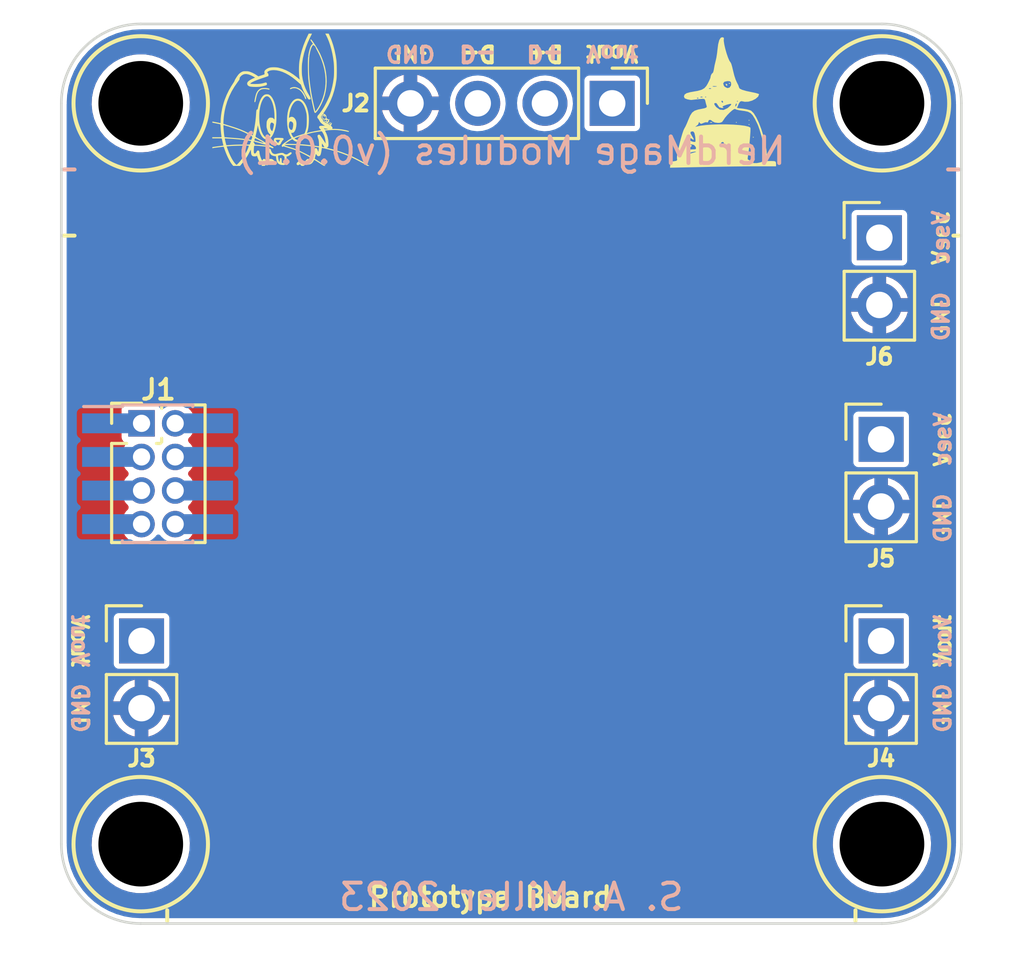
<source format=kicad_pcb>
(kicad_pcb (version 20211014) (generator pcbnew)
  (title_block (title "Prototype Board") (rev "0.0.1") (company "The Nerd Mage"))
  (layers (0 "F.Cu" signal) (31 "B.Cu" signal) (34 "B.Paste" user) (35 "F.Paste" user) (36 "B.SilkS" user "B.Silkscreen") (37 "F.SilkS" user "F.Silkscreen") (38 "B.Mask" user) (39 "F.Mask" user) (44 "Edge.Cuts" user))
  (net 0 "")
  (net 1 "UD+")
  (net 2 "UD-")
  (net 3 "GND")
  (net 4 "Vout")
  (net 9 "SDA")
  (net 10 "SCL")
  (net 11 "RESET")
  (net 12 "ATTACH")
  (net 13 "POWER_OK2")
  (net 14 "POWER_OK3")
  (net 15 "ALERT")
  (net 16 "GPIO")
  (footprint "Tinker:Mount" (layer "F.Cu") (at 114 101)
    (fp_text reference "REF**" hide)
    (fp_text value "Mount" hide)
    (pad "" np_thru_hole circle (at 0 0) (size 3.2 3.2) (drill 3.2) (layers *.Mask))
  )
  (footprint "Tinker:PinHeader_2x04_P1.27mm_Vertical" (layer "F.Cu") (at 86.03 85.095)
    (fp_text reference "J1" (at 0.635 -1.27) (layer "F.SilkS") (effects (font (size 0.75 0.75))))
    (fp_text value "Conn_01x08_Male" hide)
    (pad "1" thru_hole rect (at 0 0) (size 1 1) (drill 0.65) (layers *.Cu *.Mask) (net 11 "RESET"))
    (pad "1" smd rect (at -1.195 0) (size 2.1 0.75) (layers "B.Cu" "B.Paste" "B.Mask") (net 11 "RESET"))
    (pad "2" thru_hole oval (at 1.27 0) (size 1 1) (drill 0.65) (layers *.Cu *.Mask) (net 12 "ATTACH"))
    (pad "2" smd rect (at 2.405 0) (size 2.1 0.75) (layers "B.Cu" "B.Paste" "B.Mask") (net 12 "ATTACH"))
    (pad "3" smd rect (at -1.195 1.27) (size 2.1 0.75) (layers "B.Cu" "B.Paste" "B.Mask") (net 10 "SCL"))
    (pad "3" thru_hole oval (at 0 1.27) (size 1 1) (drill 0.65) (layers *.Cu *.Mask) (net 10 "SCL"))
    (pad "4" thru_hole oval (at 1.27 1.27) (size 1 1) (drill 0.65) (layers *.Cu *.Mask) (net 13 "POWER_OK2"))
    (pad "4" smd rect (at 2.405 1.27) (size 2.1 0.75) (layers "B.Cu" "B.Paste" "B.Mask") (net 13 "POWER_OK2"))
    (pad "5" thru_hole oval (at 0 2.54) (size 1 1) (drill 0.65) (layers *.Cu *.Mask) (net 9 "SDA"))
    (pad "5" smd rect (at -1.195 2.54) (size 2.1 0.75) (layers "B.Cu" "B.Paste" "B.Mask") (net 9 "SDA"))
    (pad "6" smd rect (at 2.405 2.54) (size 2.1 0.75) (layers "B.Cu" "B.Paste" "B.Mask") (net 14 "POWER_OK3"))
    (pad "6" thru_hole oval (at 1.27 2.54) (size 1 1) (drill 0.65) (layers *.Cu *.Mask) (net 14 "POWER_OK3"))
    (pad "7" smd rect (at -1.195 3.81) (size 2.1 0.75) (layers "B.Cu" "B.Paste" "B.Mask") (net 15 "ALERT"))
    (pad "7" thru_hole oval (at 0 3.81) (size 1 1) (drill 0.65) (layers *.Cu *.Mask) (net 15 "ALERT"))
    (pad "8" smd rect (at 2.405 3.81) (size 2.1 0.75) (layers "B.Cu" "B.Paste" "B.Mask") (net 16 "GPIO"))
    (pad "8" thru_hole oval (at 1.27 3.81) (size 1 1) (drill 0.65) (layers *.Cu *.Mask) (net 16 "GPIO"))
  )
  (footprint "Tinker:Mount" (layer "F.Cu") (at 86 101)
    (fp_text reference "REF**" hide)
    (fp_text value "Mount" hide)
    (pad "" np_thru_hole circle (at 0 0) (size 3.2 3.2) (drill 3.2) (layers *.Mask))
  )
  (footprint "Tinker:DagNabbit" (layer "F.Cu") (at 91.4 73.5)
    (fp_text reference "REF**" hide)
    (fp_text value "DagNabbit" hide)
  )
  (footprint "Tinker:PinHeader_1x02_P2.54mm_Vertical" (layer "F.Cu") (at 113.97 93.32)
    (fp_text reference "J4" (at 0 4.44169) (layer "F.SilkS") (effects (font (size 0.6 0.6))))
    (fp_text value "Conn_01x02_Male" hide)
    (pad "1" thru_hole rect (at 0 0) (size 1.7 1.7) (drill 1) (layers *.Cu *.Mask))
    (pad "2" thru_hole oval (at 0 2.54) (size 1.7 1.7) (drill 1) (layers *.Cu *.Mask) (net 3 "GND"))
  )
  (footprint "Tinker:Mount" (layer "F.Cu") (at 114 73)
    (fp_text reference "REF**" hide)
    (fp_text value "Mount" hide)
    (pad "" np_thru_hole circle (at 0 0) (size 3.2 3.2) (drill 3.2) (layers *.Mask))
  )
  (footprint "Tinker:PinHeader_1x02_P2.54mm_Vertical" (layer "F.Cu") (at 86.03 93.32)
    (fp_text reference "J3" (at 0 4.44169) (layer "F.SilkS") (effects (font (size 0.6 0.6))))
    (fp_text value "Conn_01x02_Male" hide)
    (pad "1" thru_hole rect (at 0 0) (size 1.7 1.7) (drill 1) (layers *.Cu *.Mask))
    (pad "2" thru_hole oval (at 0 2.54) (size 1.7 1.7) (drill 1) (layers *.Cu *.Mask) (net 3 "GND"))
  )
  (footprint "Tinker:PinHeader_1x02_P2.54mm_Vertical" (layer "F.Cu") (at 113.902854 78.08)
    (fp_text reference "J6" (at 0 4.495315) (layer "F.SilkS") (effects (font (size 0.6 0.6))))
    (fp_text value "Conn_01x02_Male" hide)
    (pad "1" thru_hole rect (at 0 0) (size 1.7 1.7) (drill 1) (layers *.Cu *.Mask))
    (pad "2" thru_hole oval (at 0 2.54) (size 1.7 1.7) (drill 1) (layers *.Cu *.Mask) (net 3 "GND"))
  )
  (footprint "Tinker:PinHeader_1x02_P2.54mm_Vertical" (layer "F.Cu") (at 113.97 85.7)
    (fp_text reference "J5" (at 0 4.504702) (layer "F.SilkS") (effects (font (size 0.6 0.6))))
    (fp_text value "Conn_01x02_Male" hide)
    (pad "1" thru_hole rect (at 0 0) (size 1.7 1.7) (drill 1) (layers *.Cu *.Mask))
    (pad "2" thru_hole oval (at 0 2.54) (size 1.7 1.7) (drill 1) (layers *.Cu *.Mask) (net 3 "GND"))
  )
  (footprint "Tinker:Mount" (layer "F.Cu") (at 86 73)
    (fp_text reference "REF**" hide)
    (fp_text value "Mount" hide)
    (pad "" np_thru_hole circle (at 0 0) (size 3.2 3.2) (drill 3.2) (layers *.Mask))
  )
  (footprint "Tinker:NerdMage" (layer "F.Cu") (at 108 72.9)
    (fp_text reference "G***" hide)
    (fp_text value "LOGO" hide)
  )
  (footprint "Tinker:PinHeader_1x04_P2.54mm_Vertical" (layer "F.Cu") (at 103.81 73 -90)
    (fp_text reference "J2" (at 0 9.68773) (layer "F.SilkS") (effects (font (size 0.6 0.6))))
    (fp_text value "Conn_01x04_Male" hide)
    (pad "1" thru_hole rect (at 0 0 270) (size 1.7 1.7) (drill 1) (layers *.Cu *.Mask) (net 4 "Vout"))
    (pad "2" thru_hole oval (at 0 2.54 270) (size 1.7 1.7) (drill 1) (layers *.Cu *.Mask) (net 1 "UD+"))
    (pad "3" thru_hole oval (at 0 5.08 270) (size 1.7 1.7) (drill 1) (layers *.Cu *.Mask) (net 2 "UD-"))
    (pad "4" thru_hole oval (at 0 7.62 270) (size 1.7 1.7) (drill 1) (layers *.Cu *.Mask) (net 3 "GND"))
  )
  (gr_line (start 83.1 75.5) (end 83.5 75.5) (layer "B.SilkS") (width 0.15))
  (gr_line (start 116.5 75.5) (end 116.9 75.5) (layer "B.SilkS") (width 0.15))
  (gr_line (start 113 103.9) (end 113 103.5) (layer "F.SilkS") (width 0.15))
  (gr_line (start 83.1 78) (end 83.5 78) (layer "F.SilkS") (width 0.15))
  (gr_line (start 116.7 78) (end 116.9 78) (layer "F.SilkS") (width 0.15))
  (gr_line (start 87 103.9) (end 87 103.5) (layer "F.SilkS") (width 0.15))
  (gr_line (start 117 73) (end 117 101) (layer "Edge.Cuts") (width 0.1))
  (gr_arc (start 86 104) (mid 83.87868 103.12132) (end 83 101) (layer "Edge.Cuts") (width 0.1))
  (gr_arc (start 83 73) (mid 83.87868 70.87868) (end 86 70) (layer "Edge.Cuts") (width 0.1))
  (gr_line (start 86 70) (end 114 70) (layer "Edge.Cuts") (width 0.1))
  (gr_line (start 83 101) (end 83 73) (layer "Edge.Cuts") (width 0.1))
  (gr_arc (start 114 70) (mid 116.12132 70.87868) (end 117 73) (layer "Edge.Cuts") (width 0.1))
  (gr_line (start 86 104) (end 114 104) (layer "Edge.Cuts") (width 0.1))
  (gr_arc (start 117 101) (mid 116.12132 103.12132) (end 114 104) (layer "Edge.Cuts") (width 0.1))
  (gr_text "NerdMage Modules (v0.0.1)" (at 100 74.8) (layer "B.SilkS") (effects (font (size 1 1)) (justify mirror)))
  (gr_text "D+" (at 101.27 71.12 180) (layer "B.SilkS") (effects (font (size 0.6 0.6)) (justify mirror)))
  (gr_text "GND" (at 116.3 88.68 90) (layer "B.SilkS") (effects (font (size 0.6 0.6) (thickness 0.125)) (justify mirror)))
  (gr_text "GND" (at 83.7 95.86 270) (layer "B.SilkS") (effects (font (size 0.6 0.6) (thickness 0.125)) (justify mirror)))
  (gr_text "Vout" (at 116.3 93.32 90) (layer "B.SilkS") (effects (font (size 0.6 0.6) (thickness 0.125)) (justify mirror)))
  (gr_text "GND" (at 116.232854 81.06 90) (layer "B.SilkS") (effects (font (size 0.6 0.6) (thickness 0.125)) (justify mirror)))
  (gr_text "D-" (at 98.73 71.12 180) (layer "B.SilkS") (effects (font (size 0.6 0.6)) (justify mirror)))
  (gr_text "Vout" (at 103.81 71.12 180) (layer "B.SilkS") (effects (font (size 0.6 0.6) (thickness 0.125)) (justify mirror)))
  (gr_text "Vsec" (at 116.3 85.7 90) (layer "B.SilkS") (effects (font (size 0.6 0.6) (thickness 0.125)) (justify mirror)))
  (gr_text "Vsec" (at 116.232854 78.08 90) (layer "B.SilkS") (effects (font (size 0.6 0.6) (thickness 0.125)) (justify mirror)))
  (gr_text "GND" (at 116.3 95.86 90) (layer "B.SilkS") (effects (font (size 0.6 0.6) (thickness 0.125)) (justify mirror)))
  (gr_text "S. A. Miller 2023" (at 100 103) (layer "B.SilkS") (effects (font (size 1 1)) (justify mirror)))
  (gr_text "Vout" (at 83.7 93.32 270) (layer "B.SilkS") (effects (font (size 0.6 0.6) (thickness 0.125)) (justify mirror)))
  (gr_text "GND" (at 96.19 71.12 180) (layer "B.SilkS") (effects (font (size 0.6 0.6) (thickness 0.125)) (justify mirror)))
  (gr_text "Vout" (at 116.3 93.32 90) (layer "F.SilkS") (effects (font (size 0.6 0.6) (thickness 0.125))))
  (gr_text "GND" (at 116.232854 81.06 90) (layer "F.SilkS") (effects (font (size 0.6 0.6) (thickness 0.125))))
  (gr_text "D-" (at 98.73 71.12 180) (layer "F.SilkS") (effects (font (size 0.6 0.6))))
  (gr_text "D+" (at 101.27 71.12 180) (layer "F.SilkS") (effects (font (size 0.6 0.6))))
  (gr_text "GND" (at 116.3 88.68 90) (layer "F.SilkS") (effects (font (size 0.6 0.6) (thickness 0.125))))
  (gr_text "GND" (at 96.19 71.12 180) (layer "F.SilkS") (effects (font (size 0.6 0.6) (thickness 0.125))))
  (gr_text "GND" (at 116.3 95.86 90) (layer "F.SilkS") (effects (font (size 0.6 0.6) (thickness 0.125))))
  (gr_text "GND" (at 83.7 95.86 270) (layer "F.SilkS") (effects (font (size 0.6 0.6) (thickness 0.125))))
  (gr_text "Prototype Board" (at 99.20714 103) (layer "F.SilkS") (effects (font (size 0.75 0.75))))
  (gr_text "Vout" (at 103.81 71.12 180) (layer "F.SilkS") (effects (font (size 0.6 0.6) (thickness 0.125))))
  (gr_text "Vsec" (at 116.3 85.7 90) (layer "F.SilkS") (effects (font (size 0.6 0.6) (thickness 0.125))))
  (gr_text "Vout" (at 83.7 93.32 270) (layer "F.SilkS") (effects (font (size 0.6 0.6) (thickness 0.125))))
  (gr_text "Vsec" (at 116.232854 78.08 90) (layer "F.SilkS") (effects (font (size 0.6 0.6) (thickness 0.125))))
  (zone (net 3) (net_name "GND") (layer "F.Cu") (connect_pads (clearance 0.254)) (min_thickness 0.254) (fill yes (thermal_gap 0.254) (thermal_bridge_width 0.508))
    (polygon (pts (xy 118.582229 104.809465) (xy 81.651499 104.809467) (xy 81.651498 69.584881) (xy 118.582228 69.584879)))
  )
  (zone (net 3) (net_name "GND") (layer "B.Cu") (connect_pads (clearance 0.2)) (min_thickness 0.2) (fill yes (thermal_gap 0.254) (thermal_bridge_width 0.508))
    (polygon (pts (xy 119.380001 105.507005) (xy 80.682697 105.507005) (xy 80.682697 69.09421) (xy 119.380001 69.09421)))
  )
)
</source>
